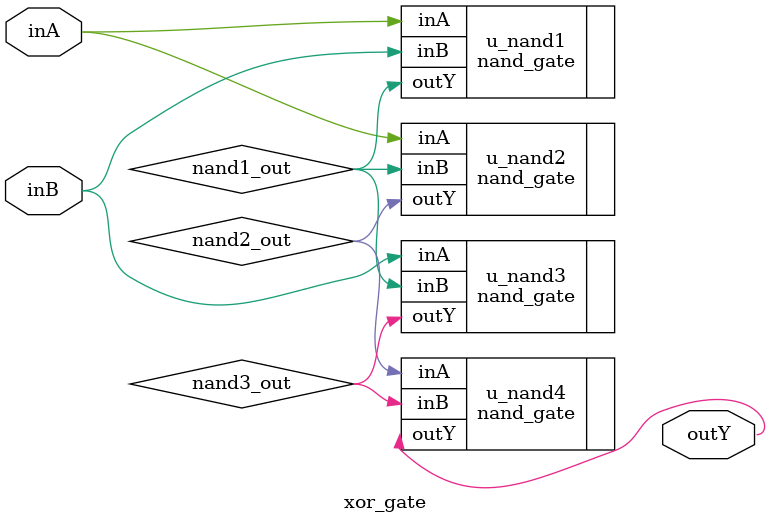
<source format=sv>
module xor_gate (
    input  logic inA,
    input  logic inB,
    output logic outY
);
    logic nand1_out, nand2_out, nand3_out, nand4_out;

    // Step 1: NAND of the inputs
    nand_gate u_nand1 (.inA(inA), .inB(inB), .outY(nand1_out));

    // Step 2: NAND of inA and nand1_out
    nand_gate u_nand2 (.inA(inA), .inB(nand1_out), .outY(nand2_out));

    // Step 3: NAND of inB and nand1_out
    nand_gate u_nand3 (.inA(inB), .inB(nand1_out), .outY(nand3_out));

    // Step 4: NAND of nand2_out and nand3_out gives XOR
    nand_gate u_nand4 (.inA(nand2_out), .inB(nand3_out), .outY(outY));
endmodule

</source>
